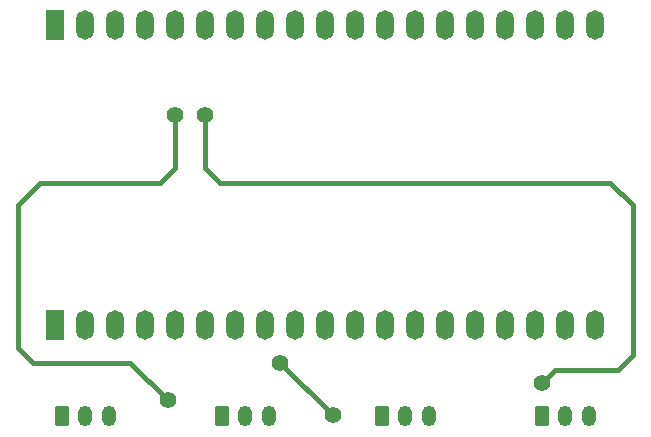
<source format=gbr>
%TF.GenerationSoftware,KiCad,Pcbnew,8.0.5*%
%TF.CreationDate,2024-10-23T10:28:48+02:00*%
%TF.ProjectId,Breakout board,42726561-6b6f-4757-9420-626f6172642e,rev?*%
%TF.SameCoordinates,Original*%
%TF.FileFunction,Copper,L1,Top*%
%TF.FilePolarity,Positive*%
%FSLAX46Y46*%
G04 Gerber Fmt 4.6, Leading zero omitted, Abs format (unit mm)*
G04 Created by KiCad (PCBNEW 8.0.5) date 2024-10-23 10:28:48*
%MOMM*%
%LPD*%
G01*
G04 APERTURE LIST*
G04 Aperture macros list*
%AMRoundRect*
0 Rectangle with rounded corners*
0 $1 Rounding radius*
0 $2 $3 $4 $5 $6 $7 $8 $9 X,Y pos of 4 corners*
0 Add a 4 corners polygon primitive as box body*
4,1,4,$2,$3,$4,$5,$6,$7,$8,$9,$2,$3,0*
0 Add four circle primitives for the rounded corners*
1,1,$1+$1,$2,$3*
1,1,$1+$1,$4,$5*
1,1,$1+$1,$6,$7*
1,1,$1+$1,$8,$9*
0 Add four rect primitives between the rounded corners*
20,1,$1+$1,$2,$3,$4,$5,0*
20,1,$1+$1,$4,$5,$6,$7,0*
20,1,$1+$1,$6,$7,$8,$9,0*
20,1,$1+$1,$8,$9,$2,$3,0*%
G04 Aperture macros list end*
%TA.AperFunction,ComponentPad*%
%ADD10RoundRect,0.250000X-0.350000X-0.625000X0.350000X-0.625000X0.350000X0.625000X-0.350000X0.625000X0*%
%TD*%
%TA.AperFunction,ComponentPad*%
%ADD11O,1.200000X1.750000*%
%TD*%
%TA.AperFunction,ComponentPad*%
%ADD12R,1.500000X2.500000*%
%TD*%
%TA.AperFunction,ComponentPad*%
%ADD13O,1.500000X2.500000*%
%TD*%
%TA.AperFunction,ViaPad*%
%ADD14C,1.400000*%
%TD*%
%TA.AperFunction,Conductor*%
%ADD15C,0.400000*%
%TD*%
G04 APERTURE END LIST*
D10*
%TO.P,Temp,1,Pin_1*%
%TO.N,Net-(J2-GPIO_02)*%
X138546666Y-81370000D03*
D11*
%TO.P,Temp,2,Pin_2*%
%TO.N,Net-(J1-5V)*%
X140546666Y-81370000D03*
%TO.P,Temp,3,Pin_3*%
%TO.N,Net-(J1-GND)*%
X142546666Y-81370000D03*
%TD*%
D12*
%TO.P,J1,1,3V3*%
%TO.N,unconnected-(J1-3V3-Pad1)*%
X124460000Y-73660000D03*
D13*
%TO.P,J1,2,Restart*%
%TO.N,unconnected-(J1-Restart-Pad2)*%
X127000000Y-73660000D03*
%TO.P,J1,3,GPIO_36*%
%TO.N,unconnected-(J1-GPIO_36-Pad3)*%
X129540000Y-73660000D03*
%TO.P,J1,4,GPIO_39*%
%TO.N,unconnected-(J1-GPIO_39-Pad4)*%
X132080000Y-73660000D03*
%TO.P,J1,5,GPIO_34*%
%TO.N,unconnected-(J1-GPIO_34-Pad5)*%
X134620000Y-73660000D03*
%TO.P,J1,6,GPIO_35*%
%TO.N,unconnected-(J1-GPIO_35-Pad6)*%
X137160000Y-73660000D03*
%TO.P,J1,7,GPIO_32*%
%TO.N,Net-(J1-GPIO_32)*%
X139700000Y-73660000D03*
%TO.P,J1,8,GPIO_33*%
%TO.N,Net-(TDS1-Pin_1)*%
X142240000Y-73660000D03*
%TO.P,J1,9,GPIO_33*%
%TO.N,unconnected-(J1-GPIO_33-Pad9)*%
X144780000Y-73660000D03*
%TO.P,J1,10,GPIO_25*%
%TO.N,unconnected-(J1-GPIO_25-Pad10)*%
X147320000Y-73660000D03*
%TO.P,J1,11,GPIO_26*%
%TO.N,unconnected-(J1-GPIO_26-Pad11)*%
X149860000Y-73660000D03*
%TO.P,J1,12,GPIO_27*%
%TO.N,unconnected-(J1-GPIO_27-Pad12)*%
X152400000Y-73660000D03*
%TO.P,J1,13,GPIO_14*%
%TO.N,unconnected-(J1-GPIO_14-Pad13)*%
X154940000Y-73660000D03*
%TO.P,J1,14,GPIO_12*%
%TO.N,unconnected-(J1-GPIO_12-Pad14)*%
X157480000Y-73660000D03*
%TO.P,J1,15,GND*%
%TO.N,Net-(J1-GND)*%
X160020000Y-73660000D03*
%TO.P,J1,16,NO_USE*%
%TO.N,unconnected-(J1-NO_USE-Pad16)*%
X162560000Y-73660000D03*
%TO.P,J1,17,NO_USE*%
%TO.N,unconnected-(J1-NO_USE-Pad17)*%
X165100000Y-73660000D03*
%TO.P,J1,18,NO_USE*%
%TO.N,unconnected-(J1-NO_USE-Pad18)*%
X167640000Y-73660000D03*
%TO.P,J1,19,5V*%
%TO.N,Net-(J1-5V)*%
X170180000Y-73660000D03*
%TD*%
D12*
%TO.P,J2,1,Pin_1*%
%TO.N,unconnected-(J2-Pin_1-Pad1)*%
X124460000Y-48260000D03*
D13*
%TO.P,J2,2,Pin_2*%
%TO.N,unconnected-(J2-Pin_2-Pad2)*%
X127000000Y-48260000D03*
%TO.P,J2,3,NO_USE*%
%TO.N,unconnected-(J2-NO_USE-Pad3)*%
X129540000Y-48260000D03*
%TO.P,J2,4,Pin_4*%
%TO.N,unconnected-(J2-Pin_4-Pad4)*%
X132080000Y-48260000D03*
%TO.P,J2,5,GPIO_02*%
%TO.N,Net-(J2-GPIO_02)*%
X134620000Y-48260000D03*
%TO.P,J2,6,GPIO_00*%
%TO.N,Net-(J2-GPIO_00)*%
X137160000Y-48260000D03*
%TO.P,J2,7,Pin_7*%
%TO.N,unconnected-(J2-Pin_7-Pad7)*%
X139700000Y-48260000D03*
%TO.P,J2,8,Pin_8*%
%TO.N,unconnected-(J2-Pin_8-Pad8)*%
X142240000Y-48260000D03*
%TO.P,J2,9,Pin_9*%
%TO.N,unconnected-(J2-Pin_9-Pad9)*%
X144780000Y-48260000D03*
%TO.P,J2,10,Pin_10*%
%TO.N,unconnected-(J2-Pin_10-Pad10)*%
X147320000Y-48260000D03*
%TO.P,J2,11,Pin_11*%
%TO.N,unconnected-(J2-Pin_11-Pad11)*%
X149860000Y-48260000D03*
%TO.P,J2,12,Pin_12*%
%TO.N,unconnected-(J2-Pin_12-Pad12)*%
X152400000Y-48260000D03*
%TO.P,J2,13,Pin_13*%
%TO.N,unconnected-(J2-Pin_13-Pad13)*%
X154940000Y-48260000D03*
%TO.P,J2,14,Pin_14*%
%TO.N,unconnected-(J2-Pin_14-Pad14)*%
X157480000Y-48260000D03*
%TO.P,J2,15,Pin_15*%
%TO.N,unconnected-(J2-Pin_15-Pad15)*%
X160020000Y-48260000D03*
%TO.P,J2,16,Pin_16*%
%TO.N,unconnected-(J2-Pin_16-Pad16)*%
X162560000Y-48260000D03*
%TO.P,J2,17,Pin_17*%
%TO.N,unconnected-(J2-Pin_17-Pad17)*%
X165100000Y-48260000D03*
%TO.P,J2,18,Pin_18*%
%TO.N,unconnected-(J2-Pin_18-Pad18)*%
X167640000Y-48260000D03*
%TO.P,J2,19,Pin_19*%
%TO.N,unconnected-(J2-Pin_19-Pad19)*%
X170180000Y-48260000D03*
%TD*%
D10*
%TO.P,Trubiditet,1,Pin_1*%
%TO.N,Net-(J2-GPIO_00)*%
X165640000Y-81370000D03*
D11*
%TO.P,Trubiditet,2,Pin_2*%
%TO.N,Net-(J1-5V)*%
X167640000Y-81370000D03*
%TO.P,Trubiditet,3,Pin_3*%
%TO.N,Net-(J1-GND)*%
X169640000Y-81370000D03*
%TD*%
D10*
%TO.P,PH,1,Pin_1*%
%TO.N,Net-(J1-GPIO_32)*%
X125000000Y-81370000D03*
D11*
%TO.P,PH,2,Pin_2*%
%TO.N,Net-(J1-5V)*%
X127000000Y-81370000D03*
%TO.P,PH,3,Pin_3*%
%TO.N,Net-(J1-GND)*%
X129000000Y-81370000D03*
%TD*%
D10*
%TO.P,TDS,1,Pin_1*%
%TO.N,Net-(TDS1-Pin_1)*%
X152093332Y-81370000D03*
D11*
%TO.P,TDS,2,Pin_2*%
%TO.N,Net-(J1-5V)*%
X154093332Y-81370000D03*
%TO.P,TDS,3,Pin_3*%
%TO.N,Net-(J1-GND)*%
X156093332Y-81370000D03*
%TD*%
D14*
%TO.N,Net-(TDS1-Pin_1)*%
X143510000Y-76835000D03*
X147955000Y-81280000D03*
%TO.N,Net-(J2-GPIO_02)*%
X134620000Y-55880000D03*
X133985000Y-80010000D03*
%TO.N,Net-(J2-GPIO_00)*%
X137160000Y-55880000D03*
X165640000Y-78570000D03*
%TD*%
D15*
%TO.N,Net-(J2-GPIO_00)*%
X137160000Y-60325000D02*
X137160000Y-55880000D01*
X138430000Y-61595000D02*
X137160000Y-60325000D01*
X171450000Y-61595000D02*
X138430000Y-61595000D01*
X173355000Y-76200000D02*
X173355000Y-63500000D01*
X172085000Y-77470000D02*
X173355000Y-76200000D01*
X165640000Y-78570000D02*
X166740000Y-77470000D01*
X166740000Y-77470000D02*
X172085000Y-77470000D01*
X173355000Y-63500000D02*
X171450000Y-61595000D01*
%TO.N,Net-(J2-GPIO_02)*%
X134620000Y-60325000D02*
X134620000Y-55880000D01*
X122555000Y-76835000D02*
X121285000Y-75565000D01*
X130810000Y-76835000D02*
X122555000Y-76835000D01*
X133350000Y-61595000D02*
X134620000Y-60325000D01*
X121285000Y-75565000D02*
X121285000Y-63500000D01*
X133985000Y-80010000D02*
X130810000Y-76835000D01*
X123190000Y-61595000D02*
X133350000Y-61595000D01*
X121285000Y-63500000D02*
X123190000Y-61595000D01*
%TO.N,Net-(TDS1-Pin_1)*%
X147955000Y-81280000D02*
X143510000Y-76835000D01*
%TD*%
M02*

</source>
